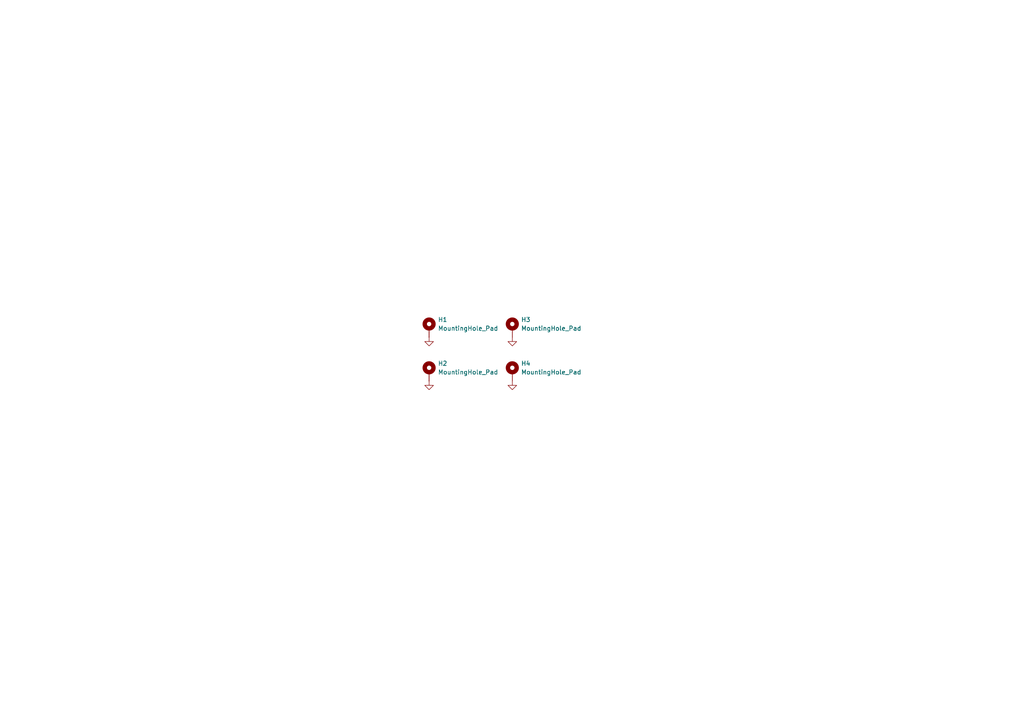
<source format=kicad_sch>
(kicad_sch (version 20250114) (generator "eeschema") (generator_version "9.0")
  (paper "A4")
  (lib_symbols
    (symbol "Mechanical:MountingHole_Pad" (pin_numbers (hide yes)) (pin_names (offset 1.016) (hide yes)) (in_bom no)
      (property "Reference" "H" (at 0 6.35 0))
      (property "Value" "MountingHole_Pad" (at 0 4.445 0))
      (symbol "MountingHole_Pad_0_1"
        (circle (center 0 1.27) (radius 1.27) (stroke (width 1.27)))
      )
      (symbol "MountingHole_Pad_1_1"
        (pin input line (at 0 -2.54 90) (length 2.54) (name "1") (number "1"))
      )
    )
    (symbol "power:GND" (power) (pin_numbers (hide yes)) (pin_names (offset 0) (hide yes))
      (property "Value" "GND" (at 0 -3.81 0))
      (symbol "GND_0_1"
        (polyline (pts (xy 0 0) (xy 0 -1.27) (xy 1.27 -1.27) (xy 0 -2.54) (xy -1.27 -1.27) (xy 0 -1.27)))
      )
      (symbol "GND_1_1"
        (pin power_in line (at 0 0 270) (length 0) (name "~") (number "1"))
      )
    )
  )
  (symbol (lib_id "Mechanical:MountingHole_Pad") (at 124.46 107.95 0) (unit 1) (exclude_from_sim yes) (in_bom no)
    (property "Reference" "H2" (at 127 105.4099 0) (effects (justify left)))
    (property "Value" "MountingHole_Pad" (at 127 107.9499 0) (effects (justify left)))
    (property "Footprint" "MountingHole:MountingHole_3.2mm_M3_Pad_Via" (effects (hide yes)))
    (property "Description" "Mounting Hole with connection" (effects (hide yes)))
  )
  (symbol (lib_id "power:GND") (at 124.46 110.49 0) (unit 1)
    (property "Reference" "#PWR091" (effects (hide yes)))
    (property "Value" "GND" (effects (hide yes)))
    (property "Description" "Power symbol creates a global label with name \"GND\" , ground" (effects (hide yes)))
  )
  (symbol (lib_id "power:GND") (at 148.59 110.49 0) (unit 1)
    (property "Reference" "#PWR093" (effects (hide yes)))
    (property "Value" "GND" (effects (hide yes)))
    (property "Description" "Power symbol creates a global label with name \"GND\" , ground" (effects (hide yes)))
  )
  (symbol (lib_id "Mechanical:MountingHole_Pad") (at 124.46 95.25 0) (unit 1) (exclude_from_sim yes) (in_bom no)
    (property "Reference" "H1" (at 127 92.7099 0) (effects (justify left)))
    (property "Value" "MountingHole_Pad" (at 127 95.2499 0) (effects (justify left)))
    (property "Footprint" "MountingHole:MountingHole_3.2mm_M3_Pad_Via" (effects (hide yes)))
    (property "Description" "Mounting Hole with connection" (effects (hide yes)))
  )
  (symbol (lib_id "Mechanical:MountingHole_Pad") (at 148.59 107.95 0) (unit 1) (exclude_from_sim yes) (in_bom no)
    (property "Reference" "H4" (at 151.13 105.4099 0) (effects (justify left)))
    (property "Value" "MountingHole_Pad" (at 151.13 107.9499 0) (effects (justify left)))
    (property "Footprint" "MountingHole:MountingHole_3.2mm_M3_Pad_Via" (effects (hide yes)))
    (property "Description" "Mounting Hole with connection" (effects (hide yes)))
  )
  (symbol (lib_id "power:GND") (at 124.46 97.79 0) (unit 1)
    (property "Reference" "#PWR090" (effects (hide yes)))
    (property "Value" "GND" (effects (hide yes)))
    (property "Description" "Power symbol creates a global label with name \"GND\" , ground" (effects (hide yes)))
  )
  (symbol (lib_id "Mechanical:MountingHole_Pad") (at 148.59 95.25 0) (unit 1) (exclude_from_sim yes) (in_bom no)
    (property "Reference" "H3" (at 151.13 92.7099 0) (effects (justify left)))
    (property "Value" "MountingHole_Pad" (at 151.13 95.2499 0) (effects (justify left)))
    (property "Footprint" "MountingHole:MountingHole_3.2mm_M3_Pad_Via" (effects (hide yes)))
    (property "Description" "Mounting Hole with connection" (effects (hide yes)))
  )
  (symbol (lib_id "power:GND") (at 148.59 97.79 0) (unit 1)
    (property "Reference" "#PWR092" (effects (hide yes)))
    (property "Value" "GND" (effects (hide yes)))
    (property "Description" "Power symbol creates a global label with name \"GND\" , ground" (effects (hide yes)))
  )
)
</source>
